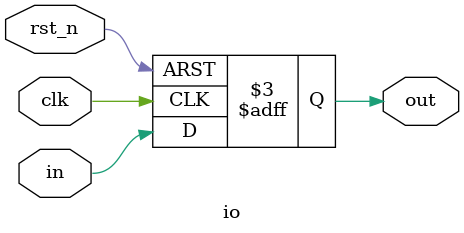
<source format=v>
module io(
	input clk,
	input rst_n,
	
	input in,
	output reg out
);


always @(posedge clk or negedge rst_n)begin
	if(!rst_n)
		out <= 1'b0;
	else 
		out <= in;
end

//always @(posedge clk or negedge rst_n)begin
//	if(!rst_n)
//		in <= 1'b0;
//	else 
//		in = ~in;
//end

endmodule
</source>
